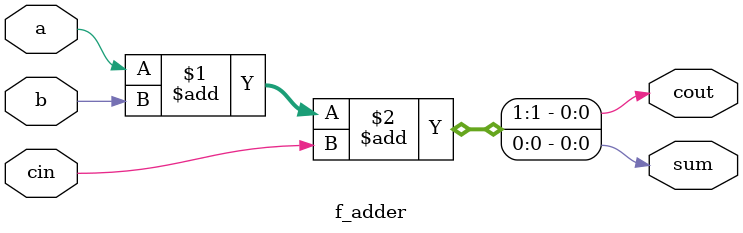
<source format=v>
module top_module(
    input [2:0] a, b,
    input cin,
    output [2:0] cout,
    output [2:0] sum );

    f_adder fadd1(
        .a(a[0]),
        .b(b[0]),
        .cin(cin),
        .cout(cout[0]),
        .sum(sum[0])
    );

    f_adder fadd2(
        .a(a[1]),
        .b(b[1]),
        .cin(cout[0]),
        .cout(cout[1]),
        .sum(sum[1])
    );

    f_adder fadd3(
        .a(a[2]),
        .b(b[2]),
        .cin(cout[1]),
        .cout(cout[2]),
        .sum(sum[2])
    );

endmodule


module f_adder(
    input a, b, cin,
    output cout, sum );

    assign {cout, sum} = a + b + cin;

endmodule

</source>
